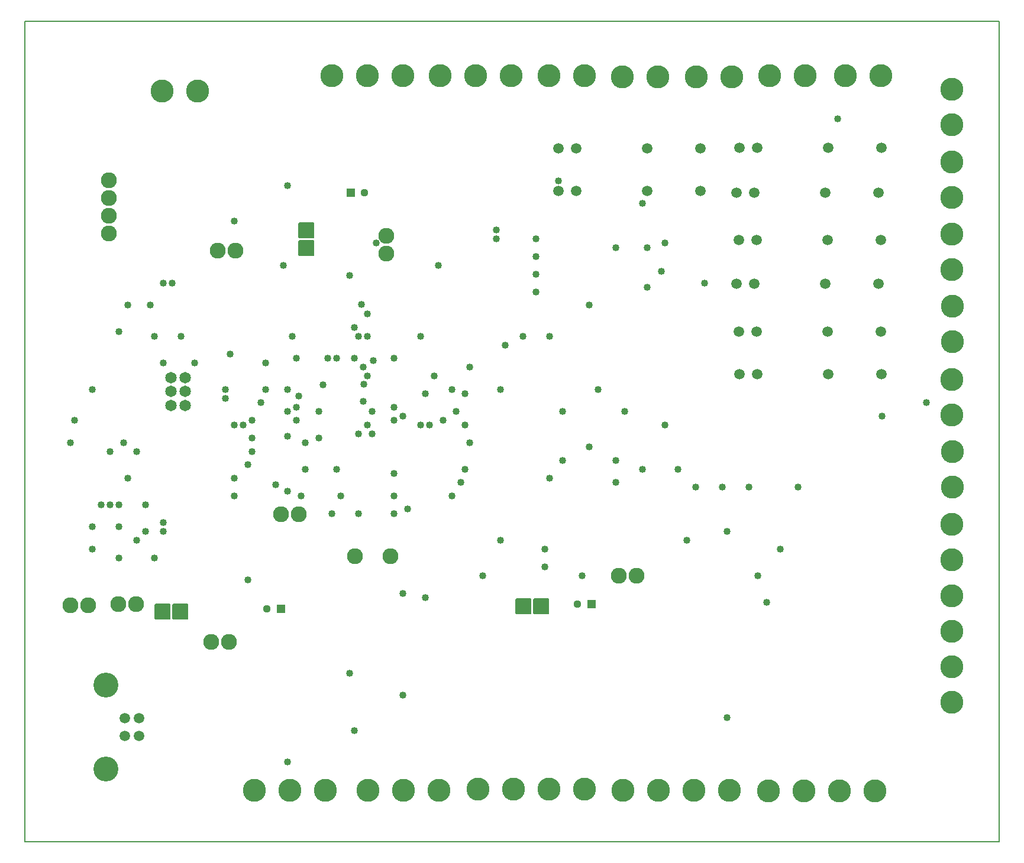
<source format=gbr>
G04 PROTEUS GERBER X2 FILE*
%TF.GenerationSoftware,Labcenter,Proteus,8.9-SP0-Build27865*%
%TF.CreationDate,2020-09-22T21:26:54+00:00*%
%TF.FileFunction,Soldermask,Bot*%
%TF.FilePolarity,Negative*%
%TF.Part,Single*%
%TF.SameCoordinates,{f185f003-b8c0-4bff-ac61-c446508f75ad}*%
%FSLAX45Y45*%
%MOMM*%
G01*
%TA.AperFunction,Material*%
%ADD52C,1.016000*%
%TA.AperFunction,Material*%
%ADD58C,1.651000*%
%TA.AperFunction,Material*%
%ADD59C,2.286000*%
%TA.AperFunction,Material*%
%ADD63C,3.302000*%
%AMPPAD061*
4,1,4,
-0.560000,0.560000,
0.560000,0.560000,
0.560000,-0.560000,
-0.560000,-0.560000,
-0.560000,0.560000,
0*%
%ADD67PPAD061*%
%ADD68C,1.120000*%
%AMPPAD064*
4,1,36,
-1.143000,-1.016000,
-1.143000,1.016000,
-1.140470,1.041970,
-1.133200,1.065980,
-1.121650,1.087580,
-1.106290,1.106290,
-1.087570,1.121650,
-1.065980,1.133200,
-1.041970,1.140470,
-1.016000,1.143000,
1.016000,1.143000,
1.041970,1.140470,
1.065980,1.133200,
1.087570,1.121650,
1.106290,1.106290,
1.121650,1.087580,
1.133200,1.065980,
1.140470,1.041970,
1.143000,1.016000,
1.143000,-1.016000,
1.140470,-1.041970,
1.133200,-1.065980,
1.121650,-1.087580,
1.106290,-1.106290,
1.087570,-1.121650,
1.065980,-1.133200,
1.041970,-1.140470,
1.016000,-1.143000,
-1.016000,-1.143000,
-1.041970,-1.140470,
-1.065980,-1.133200,
-1.087570,-1.121650,
-1.106290,-1.106290,
-1.121650,-1.087580,
-1.133200,-1.065980,
-1.140470,-1.041970,
-1.143000,-1.016000,
0*%
%ADD74PPAD064*%
%AMPPAD065*
4,1,36,
-1.016000,1.143000,
1.016000,1.143000,
1.041970,1.140470,
1.065980,1.133200,
1.087580,1.121650,
1.106290,1.106290,
1.121650,1.087570,
1.133200,1.065980,
1.140470,1.041970,
1.143000,1.016000,
1.143000,-1.016000,
1.140470,-1.041970,
1.133200,-1.065980,
1.121650,-1.087570,
1.106290,-1.106290,
1.087580,-1.121650,
1.065980,-1.133200,
1.041970,-1.140470,
1.016000,-1.143000,
-1.016000,-1.143000,
-1.041970,-1.140470,
-1.065980,-1.133200,
-1.087580,-1.121650,
-1.106290,-1.106290,
-1.121650,-1.087570,
-1.133200,-1.065980,
-1.140470,-1.041970,
-1.143000,-1.016000,
-1.143000,1.016000,
-1.140470,1.041970,
-1.133200,1.065980,
-1.121650,1.087570,
-1.106290,1.106290,
-1.087580,1.121650,
-1.065980,1.133200,
-1.041970,1.140470,
-1.016000,1.143000,
0*%
%ADD75PPAD065*%
%TA.AperFunction,Material*%
%ADD79C,1.500000*%
%TA.AperFunction,Material*%
%ADD82C,3.570000*%
%TA.AperFunction,Profile*%
%ADD37C,0.203200*%
%TD.AperFunction*%
D52*
X-8001000Y+2286000D03*
X-8636000Y+2222500D03*
X-5207000Y+4953000D03*
X-7112000Y+4064000D03*
X-6540500Y+4191000D03*
X-5969000Y+3429000D03*
X-4508500Y+2476500D03*
X-8001000Y+2159000D03*
X+508000Y+1524000D03*
X-6286500Y+5969000D03*
X-8509000Y+5397500D03*
X+825500Y+1905000D03*
X-5207000Y+2413000D03*
X-6985000Y+2667000D03*
X-4254500Y+4127500D03*
X-8636000Y+1778000D03*
X-5588000Y+2413000D03*
X-9017000Y+1905000D03*
X-7048500Y+4699000D03*
X-7874000Y+5715000D03*
X-8255000Y+2540000D03*
X-6223000Y+7112000D03*
X-8509000Y+2921000D03*
X-6159500Y+4953000D03*
X-9334500Y+3429000D03*
X-1143000Y+3048000D03*
X-8763000Y+2540000D03*
X-2540000Y+1905000D03*
X-3175000Y+2032000D03*
X-7112000Y+4191000D03*
X-8382000Y+2032000D03*
X-3683000Y+3683000D03*
X+381000Y+2794000D03*
X-4572000Y+1270000D03*
X-5270500Y+4635500D03*
X-381000Y+2794000D03*
X-8636000Y+5016500D03*
X-6985000Y+6604000D03*
X-8128000Y+1778000D03*
X-8382000Y+3302000D03*
X+0Y+2794000D03*
X+1079500Y+2794000D03*
X-3683000Y+4127500D03*
X-5270500Y-698500D03*
X-4191000Y+3683000D03*
X-2667000Y+5842000D03*
X-2667000Y+6096000D03*
X-2667000Y+6350000D03*
X-2667000Y+5588000D03*
X-3683000Y+3048000D03*
X-6096000Y+4635500D03*
X-8763000Y+3302000D03*
X-8001000Y+5715000D03*
X-4254500Y+1206500D03*
X-7747000Y+4953000D03*
X-9271000Y+3746500D03*
X-6223000Y+4191000D03*
X-9017000Y+4191000D03*
X-3619500Y+3429000D03*
X-4699000Y+3937000D03*
X-8636000Y+2540000D03*
X-5969000Y+3048000D03*
X-5461000Y+2667000D03*
X-4953000Y+6286500D03*
X-1397000Y+3873500D03*
X-2286000Y+3873500D03*
X-1905000Y+3365500D03*
X-825500Y+3683000D03*
X-2286000Y+3175000D03*
X-2476500Y+2921000D03*
X-1079500Y+5651500D03*
X-1143000Y+6858000D03*
X-1524000Y+6223000D03*
X-1079500Y+6223000D03*
X-3238500Y+6350000D03*
X-3238500Y+6477000D03*
X-2540000Y+1651000D03*
X-8255000Y+2159000D03*
X-8572500Y+3429000D03*
X-2349500Y+7175500D03*
X-2857500Y+4953000D03*
X-2476500Y+4953000D03*
X-1905000Y+5397500D03*
X-1778000Y+4191000D03*
X-1524000Y+2857500D03*
X+635000Y+1143000D03*
X-4064000Y+5969000D03*
X-1524000Y+3175000D03*
X-635000Y+3048000D03*
X+63500Y-508000D03*
X-6731000Y+3746500D03*
X-5207000Y+3556000D03*
X-5715000Y+4254500D03*
X-508000Y+2032000D03*
X-5270500Y+5080000D03*
X-6604000Y+4000500D03*
X-5080000Y+5270500D03*
X+63500Y+2159000D03*
X-3873500Y+2667000D03*
X-5651500Y+4635500D03*
X-6731000Y+3492500D03*
X-6731000Y+3302000D03*
X-6985000Y+3683000D03*
X-6858000Y+3683000D03*
X+2286000Y+3810000D03*
X+2921000Y+4000500D03*
X-6096000Y+3746500D03*
X-5334000Y+127000D03*
X-4572000Y-190500D03*
X-6223000Y-1143000D03*
X-4318000Y+4953000D03*
X-5080000Y+4953000D03*
X-5080000Y+4381500D03*
X-4318000Y+3683000D03*
X-3175000Y+4191000D03*
X-4699000Y+4635500D03*
X-6540500Y+4572000D03*
X-7556500Y+4572000D03*
X-6985000Y+2921000D03*
X-8128000Y+4953000D03*
X-3619500Y+4508500D03*
X-5016500Y+3556000D03*
X-3111500Y+4826000D03*
X-5080000Y+3683000D03*
X-4000500Y+3746500D03*
X-4699000Y+3746500D03*
X-4127500Y+4381500D03*
X-4572000Y+3810000D03*
X-3873500Y+4191000D03*
X-5016500Y+3873500D03*
X-8191500Y+5397500D03*
X-8890000Y+2540000D03*
X-9017000Y+2222500D03*
X-2006600Y+1524000D03*
X-3429000Y+1524000D03*
X-6794500Y+1460500D03*
X-5524500Y+3048000D03*
X-4699000Y+2984500D03*
X-4699000Y+2667000D03*
X-4699000Y+2413000D03*
X-825500Y+6286500D03*
X-5334822Y+5820956D03*
X-870000Y+5880000D03*
X+1651000Y+8064500D03*
X-5524500Y+4635500D03*
X-3746500Y+2857500D03*
X-6223000Y+3873500D03*
X-6223000Y+2730500D03*
X-6794500Y+3111500D03*
X-5133588Y+4261161D03*
X-254000Y+5715000D03*
X-5143500Y+4020000D03*
X-4997991Y+4601754D03*
X-5165689Y+5403429D03*
X-5143500Y+4508500D03*
X-3810000Y+3873500D03*
X-5778500Y+3492500D03*
X-8001000Y+4572000D03*
X-6060000Y+4090000D03*
X-6096000Y+3937000D03*
X-6032500Y+2667000D03*
X-5778500Y+3873500D03*
X-6221197Y+3517018D03*
X-6390000Y+2820000D03*
D58*
X-7690000Y+3960000D03*
X-7890000Y+3960000D03*
X-7690000Y+4160000D03*
X-7890000Y+4160000D03*
X-7690000Y+4360000D03*
X-7890000Y+4360000D03*
D59*
X-8780000Y+7188000D03*
X-8780000Y+6934000D03*
X-8780000Y+6680000D03*
X-8780000Y+6426000D03*
X-5260000Y+1800000D03*
X-4752000Y+1800000D03*
X-6970000Y+6180000D03*
X-7224000Y+6180000D03*
X-6320000Y+2400000D03*
X-6066000Y+2400000D03*
D63*
X-8019423Y+8463085D03*
X-7511423Y+8463085D03*
D67*
X-5320000Y+7010000D03*
D68*
X-5120000Y+7010000D03*
D74*
X-5950000Y+6210000D03*
X-5950000Y+6464000D03*
D59*
X-4810000Y+6390000D03*
X-4810000Y+6136000D03*
D75*
X-8010000Y+1000000D03*
X-7756000Y+1000000D03*
D59*
X-7060000Y+570000D03*
X-7314000Y+570000D03*
D67*
X-6320000Y+1050000D03*
D68*
X-6520000Y+1050000D03*
D75*
X-2844000Y+1080000D03*
X-2590000Y+1080000D03*
D59*
X-1484000Y+1520000D03*
X-1230000Y+1520000D03*
D67*
X-1874000Y+1110000D03*
D68*
X-2074000Y+1110000D03*
D63*
X+3280000Y+1750000D03*
X+3280000Y+2258000D03*
X+3290000Y+2790000D03*
X+3290000Y+3298000D03*
X+3280000Y+3820000D03*
X+3280000Y+4328000D03*
X+3290000Y+4870000D03*
X+3290000Y+5378000D03*
D79*
X+2236000Y+7010000D03*
X+1474000Y+7010000D03*
X+458000Y+7010000D03*
X+204000Y+7010000D03*
X+2276000Y+7650000D03*
X+1514000Y+7650000D03*
X+498000Y+7650000D03*
X+244000Y+7650000D03*
X+2266000Y+6330000D03*
X+1504000Y+6330000D03*
X+488000Y+6330000D03*
X+234000Y+6330000D03*
X+2236000Y+5700000D03*
X+1474000Y+5700000D03*
X+458000Y+5700000D03*
X+204000Y+5700000D03*
X+2266000Y+5020000D03*
X+1504000Y+5020000D03*
X+488000Y+5020000D03*
X+234000Y+5020000D03*
X+2276000Y+4410000D03*
X+1514000Y+4410000D03*
X+498000Y+4410000D03*
X+244000Y+4410000D03*
X-314000Y+7640000D03*
X-1076000Y+7640000D03*
X-2092000Y+7640000D03*
X-2346000Y+7640000D03*
X-314000Y+7030000D03*
X-1076000Y+7030000D03*
X-2092000Y+7030000D03*
X-2346000Y+7030000D03*
D63*
X+3280000Y+5910000D03*
X+3280000Y+6418000D03*
X+3280000Y+6940000D03*
X+3280000Y+7448000D03*
X+3280000Y+7980000D03*
X+3280000Y+8488000D03*
X+1760000Y+8680000D03*
X+2268000Y+8680000D03*
X+680000Y+8680000D03*
X+1188000Y+8680000D03*
X-370000Y+8670000D03*
X+138000Y+8670000D03*
X-1430000Y+8670000D03*
X-922000Y+8670000D03*
X-2480000Y+8680000D03*
X-1972000Y+8680000D03*
X+3280000Y+1230000D03*
X+3280000Y+722000D03*
X+3280000Y+214000D03*
X+3280000Y-294000D03*
X-4040000Y+8680000D03*
X-3532000Y+8680000D03*
X-3024000Y+8680000D03*
X-5590000Y+8680000D03*
X-5082000Y+8680000D03*
X-4574000Y+8680000D03*
X+660000Y-1560000D03*
X+1168000Y-1560000D03*
X+1676000Y-1560000D03*
X+2184000Y-1560000D03*
X-1420000Y-1550000D03*
X-912000Y-1550000D03*
X-404000Y-1550000D03*
X+104000Y-1550000D03*
X-3500000Y-1540000D03*
X-2992000Y-1540000D03*
X-2484000Y-1540000D03*
X-1976000Y-1540000D03*
X-5070000Y-1550000D03*
X-4562000Y-1550000D03*
X-4054000Y-1550000D03*
X-6700000Y-1550000D03*
X-6192000Y-1550000D03*
X-5684000Y-1550000D03*
D59*
X-9330000Y+1100000D03*
X-9076000Y+1100000D03*
X-8644000Y+1110000D03*
X-8390000Y+1110000D03*
D79*
X-8349000Y-770000D03*
X-8349000Y-520000D03*
X-8549000Y-520000D03*
X-8549000Y-770000D03*
D82*
X-8820000Y-1247000D03*
X-8820000Y-43000D03*
D37*
X-9980000Y-2290000D02*
X+3960000Y-2290000D01*
X+3960000Y+9460000D01*
X-9980000Y+9460000D01*
X-9980000Y-2290000D01*
M02*

</source>
